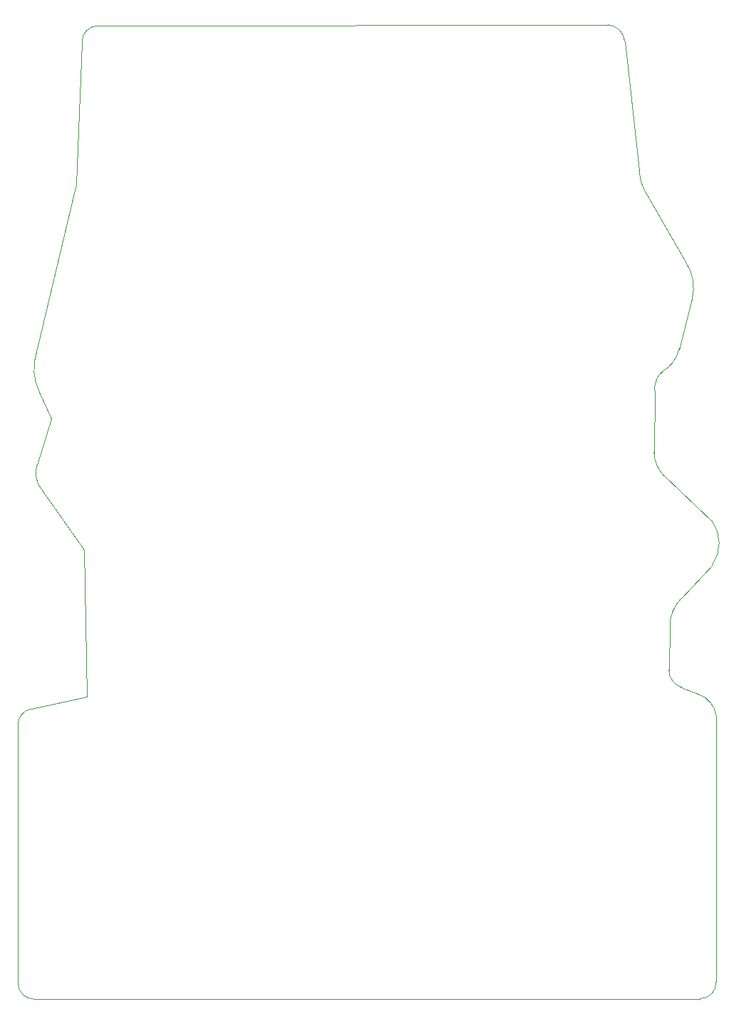
<source format=gbr>
%TF.GenerationSoftware,KiCad,Pcbnew,(6.0.10)*%
%TF.CreationDate,2023-01-31T22:12:51-06:00*%
%TF.ProjectId,CC11_Main,43433131-5f4d-4616-996e-2e6b69636164,1d*%
%TF.SameCoordinates,Original*%
%TF.FileFunction,Profile,NP*%
%FSLAX46Y46*%
G04 Gerber Fmt 4.6, Leading zero omitted, Abs format (unit mm)*
G04 Created by KiCad (PCBNEW (6.0.10)) date 2023-01-31 22:12:51*
%MOMM*%
%LPD*%
G01*
G04 APERTURE LIST*
%TA.AperFunction,Profile*%
%ADD10C,0.100000*%
%TD*%
G04 APERTURE END LIST*
D10*
X109627532Y-146161403D02*
X188460000Y-146113012D01*
X181456001Y-47786287D02*
X179743012Y-32418812D01*
X179743035Y-32418810D02*
G75*
G03*
X177772468Y-30478597I-2125935J-188390D01*
G01*
X188661188Y-146113049D02*
G75*
G03*
X190601403Y-144142468I20212J1920549D01*
G01*
X111628100Y-77238000D02*
X109910000Y-82730000D01*
X188661188Y-146113012D02*
X188460000Y-146113012D01*
X184990000Y-106970000D02*
X184986988Y-107081188D01*
X114597800Y-49344200D02*
X109880000Y-69300000D01*
X115499300Y-92828900D02*
X115817500Y-110275800D01*
X109909971Y-82729991D02*
G75*
G03*
X110447532Y-85631403I3126129J-921309D01*
G01*
X190600000Y-143940000D02*
X190590000Y-112590000D01*
X177772468Y-30478597D02*
X117198812Y-30576988D01*
X184209995Y-71639991D02*
G75*
G03*
X186178812Y-68996988I-1958995J3514091D01*
G01*
X107656988Y-144260000D02*
X107656988Y-144050000D01*
X190590000Y-112590000D02*
X190588267Y-112409875D01*
X184986952Y-107081188D02*
G75*
G03*
X186500000Y-109140000I2193148J26388D01*
G01*
X190150001Y-94580001D02*
G75*
G03*
X190110000Y-89380000I-3627401J2572251D01*
G01*
X186449989Y-98579989D02*
G75*
G03*
X185110000Y-101970000I3384911J-3297811D01*
G01*
X184070027Y-71780026D02*
G75*
G03*
X183323008Y-73955696I1973473J-1893674D01*
G01*
X183229993Y-81250000D02*
G75*
G03*
X184420000Y-84040000I4227607J154400D01*
G01*
X186178812Y-68996988D02*
X187760000Y-63030000D01*
X109230008Y-111690041D02*
G75*
G03*
X107648597Y-113637532I346592J-1897259D01*
G01*
X117198812Y-30576951D02*
G75*
G03*
X115258597Y-32547532I-20212J-1920549D01*
G01*
X183230000Y-81250000D02*
X183323008Y-73955696D01*
X187760021Y-63030005D02*
G75*
G03*
X186970000Y-58590000I-5365421J1335605D01*
G01*
X110217532Y-74111403D02*
X111628100Y-77238000D01*
X115258597Y-32547532D02*
X114597800Y-49344200D01*
X109880033Y-69300011D02*
G75*
G03*
X110217532Y-74111403I6083667J-1990789D01*
G01*
X188645255Y-110011063D02*
X186500000Y-109140000D01*
X184070000Y-71780000D02*
X184210000Y-71640000D01*
X110447532Y-85631403D02*
X115499300Y-92828900D01*
X107648597Y-113870000D02*
X107656988Y-144050000D01*
X186450000Y-98580000D02*
X190150000Y-94580000D01*
X184990000Y-106970000D02*
X185110000Y-101970000D01*
X107657034Y-144260000D02*
G75*
G03*
X109627532Y-146161403I1920466J18500D01*
G01*
X190588298Y-112409870D02*
G75*
G03*
X188645255Y-110011063I-3035998J-472830D01*
G01*
X190110000Y-89380000D02*
X184420000Y-84040000D01*
X107648597Y-113637532D02*
X107648597Y-113870000D01*
X115817500Y-110275800D02*
X109230000Y-111690000D01*
X186970000Y-58590000D02*
X182216001Y-50386287D01*
X190601403Y-144142468D02*
X190600000Y-143940000D01*
X181456003Y-47786287D02*
G75*
G03*
X182216001Y-50386287I5949097J327887D01*
G01*
M02*

</source>
